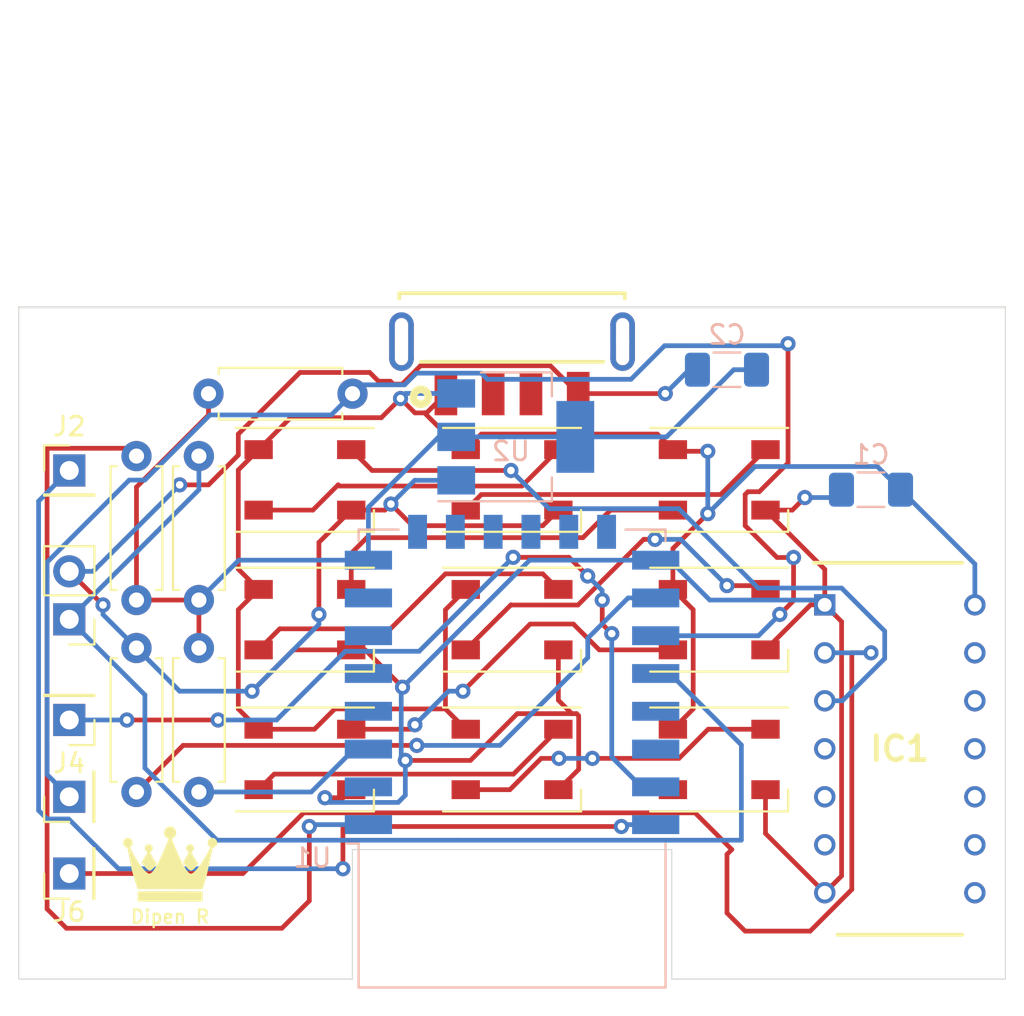
<source format=kicad_pcb>
(kicad_pcb (version 20211014) (generator pcbnew)
  (layers (0 "F.Cu" signal) (31 "B.Cu" signal) (34 "B.Paste" user) (35 "F.Paste" user) (36 "B.SilkS" user "B.Silkscreen") (37 "F.SilkS" user "F.Silkscreen") (38 "B.Mask" user) (39 "F.Mask" user) (44 "Edge.Cuts" user))
  (net 0 "")
  (net 1 "VCC")
  (net 2 "GND")
  (net 3 "3.3V")
  (net 4 "DataO{slash}P")
  (net 5 "Net-(D1-Pad4)")
  (net 6 "Net-(D2-Pad4)")
  (net 7 "Net-(D3-Pad4)")
  (net 8 "Net-(D4-Pad4)")
  (net 9 "Net-(D5-Pad4)")
  (net 10 "Net-(D6-Pad4)")
  (net 11 "Net-(D7-Pad4)")
  (net 12 "Net-(D8-Pad4)")
  (net 14 "DataI{slash}P")
  (net 26 "Net-(J2-Pad1)")
  (net 27 "Net-(J3-Pad1)")
  (net 28 "Net-(J4-Pad1)")
  (net 29 "GPIO0")
  (net 30 "Net-(R1-Pad2)")
  (net 31 "Net-(R2-Pad2)")
  (net 32 "Net-(R4-Pad1)")
  (footprint "LED_SMD:LED_SK6812_PLCC4_5.0x5.0mm_P3.2mm" (layer "F.Cu") (at 143.569 85.113)
    (fp_text reference "D5" hide)
    (fp_text value "SK6812")
    (pad "1" smd rect (at 2.45 1.6) (size 1.5 1) (layers "F.Cu" "F.Paste" "F.Mask") (net 2 "GND"))
    (pad "2" smd rect (at 2.45 -1.6) (size 1.5 1) (layers "F.Cu" "F.Paste" "F.Mask") (net 8 "Net-(D4-Pad4)"))
    (pad "3" smd rect (at -2.45 -1.6) (size 1.5 1) (layers "F.Cu" "F.Paste" "F.Mask") (net 1 "VCC"))
    (pad "4" smd rect (at -2.45 1.6) (size 1.5 1) (layers "F.Cu" "F.Paste" "F.Mask") (net 9 "Net-(D5-Pad4)"))
  )
  (footprint "MountingHole:MountingHole_2mm" (layer "F.Cu") (at 123.816 71.628)
    (fp_text reference "REF**" hide)
    (fp_text value "MountingHole_2mm")
    (pad "" np_thru_hole circle (at 0 0) (size 2 2) (drill 2) (layers *.Cu *.Mask))
  )
  (footprint "LED_SMD:LED_SK6812_PLCC4_5.0x5.0mm_P3.2mm" (layer "F.Cu") (at 154.528 77.713)
    (fp_text reference "D3" hide)
    (fp_text value "SK6812")
    (pad "1" smd rect (at 2.45 1.6) (size 1.5 1) (layers "F.Cu" "F.Paste" "F.Mask") (net 2 "GND"))
    (pad "2" smd rect (at 2.45 -1.6) (size 1.5 1) (layers "F.Cu" "F.Paste" "F.Mask") (net 6 "Net-(D2-Pad4)"))
    (pad "3" smd rect (at -2.45 -1.6) (size 1.5 1) (layers "F.Cu" "F.Paste" "F.Mask") (net 1 "VCC"))
    (pad "4" smd rect (at -2.45 1.6) (size 1.5 1) (layers "F.Cu" "F.Paste" "F.Mask") (net 7 "Net-(D3-Pad4)"))
  )
  (footprint "Connector_PinHeader_2.54mm:PinHeader_1x02_P2.54mm_Vertical" (layer "F.Cu") (at 120.142 85.095 180)
    (fp_text reference "J5" hide)
    (fp_text value "Conn_01x02_Male" hide)
    (pad "1" thru_hole rect (at 0 0 180) (size 1.7 1.7) (drill 1) (layers *.Cu *.Mask) (net 29 "GPIO0"))
    (pad "2" thru_hole oval (at 0 2.54 180) (size 1.7 1.7) (drill 1) (layers *.Cu *.Mask) (net 2 "GND"))
  )
  (footprint "LED_SMD:LED_SK6812_PLCC4_5.0x5.0mm_P3.2mm" (layer "F.Cu") (at 132.61 85.113)
    (fp_text reference "D4" hide)
    (fp_text value "SK6812")
    (pad "1" smd rect (at 2.45 1.6) (size 1.5 1) (layers "F.Cu" "F.Paste" "F.Mask") (net 2 "GND"))
    (pad "2" smd rect (at 2.45 -1.6) (size 1.5 1) (layers "F.Cu" "F.Paste" "F.Mask") (net 7 "Net-(D3-Pad4)"))
    (pad "3" smd rect (at -2.45 -1.6) (size 1.5 1) (layers "F.Cu" "F.Paste" "F.Mask") (net 1 "VCC"))
    (pad "4" smd rect (at -2.45 1.6) (size 1.5 1) (layers "F.Cu" "F.Paste" "F.Mask") (net 8 "Net-(D4-Pad4)"))
  )
  (footprint "MountingHole:MountingHole_2mm" (layer "F.Cu") (at 163.322 71.628)
    (fp_text reference "REF**" hide)
    (fp_text value "MountingHole_2mm")
    (pad "" np_thru_hole circle (at 0 0) (size 2 2) (drill 2) (layers *.Cu *.Mask))
  )
  (footprint "LED_SMD:LED_SK6812_PLCC4_5.0x5.0mm_P3.2mm" (layer "F.Cu") (at 143.569 92.513)
    (fp_text reference "D8" hide)
    (fp_text value "SK6812")
    (pad "1" smd rect (at 2.45 1.6) (size 1.5 1) (layers "F.Cu" "F.Paste" "F.Mask") (net 2 "GND"))
    (pad "2" smd rect (at 2.45 -1.6) (size 1.5 1) (layers "F.Cu" "F.Paste" "F.Mask") (net 11 "Net-(D7-Pad4)"))
    (pad "3" smd rect (at -2.45 -1.6) (size 1.5 1) (layers "F.Cu" "F.Paste" "F.Mask") (net 1 "VCC"))
    (pad "4" smd rect (at -2.45 1.6) (size 1.5 1) (layers "F.Cu" "F.Paste" "F.Mask") (net 12 "Net-(D8-Pad4)"))
  )
  (footprint "LED_SMD:LED_SK6812_PLCC4_5.0x5.0mm_P3.2mm" (layer "F.Cu") (at 143.569 77.713)
    (fp_text reference "D2" hide)
    (fp_text value "SK6812" hide)
    (pad "1" smd rect (at 2.45 1.6) (size 1.5 1) (layers "F.Cu" "F.Paste" "F.Mask") (net 2 "GND"))
    (pad "2" smd rect (at 2.45 -1.6) (size 1.5 1) (layers "F.Cu" "F.Paste" "F.Mask") (net 5 "Net-(D1-Pad4)"))
    (pad "3" smd rect (at -2.45 -1.6) (size 1.5 1) (layers "F.Cu" "F.Paste" "F.Mask") (net 1 "VCC"))
    (pad "4" smd rect (at -2.45 1.6) (size 1.5 1) (layers "F.Cu" "F.Paste" "F.Mask") (net 6 "Net-(D2-Pad4)"))
  )
  (footprint "Resistor_THT:R_Axial_DIN0207_L6.3mm_D2.5mm_P7.62mm_Horizontal" (layer "F.Cu") (at 127 84.074 90)
    (fp_text reference "R3" hide)
    (fp_text value "10K")
    (pad "1" thru_hole circle (at 0 0 90) (size 1.6 1.6) (drill 0.8) (layers *.Cu *.Mask) (net 3 "3.3V"))
    (pad "2" thru_hole oval (at 7.62 0 90) (size 1.6 1.6) (drill 0.8) (layers *.Cu *.Mask) (net 29 "GPIO0"))
  )
  (footprint "Connector_PinHeader_2.54mm:PinHeader_1x01_P2.54mm_Vertical" (layer "F.Cu") (at 120.142 94.488 90)
    (fp_text reference "J4" (at 1.778 0 180) (layer "F.SilkS"))
    (fp_text value "IO2")
    (pad "1" thru_hole rect (at 0 0 90) (size 1.7 1.7) (drill 1) (layers *.Cu *.Mask) (net 28 "Net-(J4-Pad1)"))
  )
  (footprint "SN74AHCT125N:DIP794W53P254L1930H508Q14N" (layer "F.Cu") (at 164.084 91.948)
    (fp_text reference "IC1" (at 0 0) (layer "F.SilkS") (effects (font (size 1.27 1.27) (thickness 0.254))))
    (fp_text value "SN74AHCT125N" hide)
    (pad "1" thru_hole rect locked (at -3.97 -7.62) (size 1.13 1.13) (drill 0.73) (layers *.Cu *.Mask) (net 2 "GND"))
    (pad "2" thru_hole circle locked (at -3.97 -5.08) (size 1.13 1.13) (drill 0.73) (layers *.Cu *.Mask) (net 14 "DataI{slash}P"))
    (pad "3" thru_hole circle locked (at -3.97 -2.54) (size 1.13 1.13) (drill 0.73) (layers *.Cu *.Mask) (net 4 "DataO{slash}P"))
    (pad "4" thru_hole circle locked (at -3.97 0) (size 1.13 1.13) (drill 0.73) (layers *.Cu *.Mask))
    (pad "5" thru_hole circle locked (at -3.97 2.54) (size 1.13 1.13) (drill 0.73) (layers *.Cu *.Mask))
    (pad "6" thru_hole circle locked (at -3.97 5.08) (size 1.13 1.13) (drill 0.73) (layers *.Cu *.Mask))
    (pad "7" thru_hole circle locked (at -3.97 7.62) (size 1.13 1.13) (drill 0.73) (layers *.Cu *.Mask) (net 2 "GND"))
    (pad "8" thru_hole circle locked (at 3.97 7.62) (size 1.13 1.13) (drill 0.73) (layers *.Cu *.Mask))
    (pad "9" thru_hole circle locked (at 3.97 5.08) (size 1.13 1.13) (drill 0.73) (layers *.Cu *.Mask))
    (pad "10" thru_hole circle locked (at 3.97 2.54) (size 1.13 1.13) (drill 0.73) (layers *.Cu *.Mask))
    (pad "11" thru_hole circle locked (at 3.97 0) (size 1.13 1.13) (drill 0.73) (layers *.Cu *.Mask))
    (pad "12" thru_hole circle locked (at 3.97 -2.54) (size 1.13 1.13) (drill 0.73) (layers *.Cu *.Mask))
    (pad "13" thru_hole circle locked (at 3.97 -5.08) (size 1.13 1.13) (drill 0.73) (layers *.Cu *.Mask))
    (pad "14" thru_hole circle locked (at 3.97 -7.62) (size 1.13 1.13) (drill 0.73) (layers *.Cu *.Mask) (net 1 "VCC"))
  )
  (footprint "Connector_PinHeader_2.54mm:PinHeader_1x01_P2.54mm_Vertical" (layer "F.Cu") (at 120.142 90.424 180)
    (fp_text reference "J3" hide)
    (fp_text value "IO3")
    (pad "1" thru_hole rect (at 0 0 180) (size 1.7 1.7) (drill 1) (layers *.Cu *.Mask) (net 27 "Net-(J3-Pad1)"))
  )
  (footprint "Resistor_THT:R_Axial_DIN0207_L6.3mm_D2.5mm_P7.62mm_Horizontal" (layer "F.Cu") (at 123.698 94.234 90)
    (fp_text reference "R4" hide)
    (fp_text value "10K")
    (pad "1" thru_hole circle (at 0 0 90) (size 1.6 1.6) (drill 0.8) (layers *.Cu *.Mask) (net 32 "Net-(R4-Pad1)"))
    (pad "2" thru_hole oval (at 7.62 0 90) (size 1.6 1.6) (drill 0.8) (layers *.Cu *.Mask) (net 2 "GND"))
  )
  (footprint "Connector_PinHeader_2.54mm:PinHeader_1x01_P2.54mm_Vertical" (layer "F.Cu") (at 120.142 77.216)
    (fp_text reference "J2" (at 0 -2.33) (layer "F.SilkS"))
    (fp_text value "IO1")
    (pad "1" thru_hole rect (at 0 0) (size 1.7 1.7) (drill 1) (layers *.Cu *.Mask) (net 26 "Net-(J2-Pad1)"))
  )
  (footprint "LED_SMD:LED_SK6812_PLCC4_5.0x5.0mm_P3.2mm" (layer "F.Cu") (at 154.528 92.513)
    (fp_text reference "D9" hide)
    (fp_text value "SK6812")
    (pad "1" smd rect (at 2.45 1.6) (size 1.5 1) (layers "F.Cu" "F.Paste" "F.Mask") (net 2 "GND"))
    (pad "2" smd rect (at 2.45 -1.6) (size 1.5 1) (layers "F.Cu" "F.Paste" "F.Mask") (net 12 "Net-(D8-Pad4)"))
    (pad "3" smd rect (at -2.45 -1.6) (size 1.5 1) (layers "F.Cu" "F.Paste" "F.Mask") (net 1 "VCC"))
    (pad "4" smd rect (at -2.45 1.6) (size 1.5 1) (layers "F.Cu" "F.Paste" "F.Mask"))
  )
  (footprint "LED_SMD:LED_SK6812_PLCC4_5.0x5.0mm_P3.2mm" (layer "F.Cu") (at 154.528 85.113)
    (fp_text reference "D6" hide)
    (fp_text value "SK6812")
    (pad "1" smd rect (at 2.45 1.6) (size 1.5 1) (layers "F.Cu" "F.Paste" "F.Mask") (net 2 "GND"))
    (pad "2" smd rect (at 2.45 -1.6) (size 1.5 1) (layers "F.Cu" "F.Paste" "F.Mask") (net 9 "Net-(D5-Pad4)"))
    (pad "3" smd rect (at -2.45 -1.6) (size 1.5 1) (layers "F.Cu" "F.Paste" "F.Mask") (net 1 "VCC"))
    (pad "4" smd rect (at -2.45 1.6) (size 1.5 1) (layers "F.Cu" "F.Paste" "F.Mask") (net 10 "Net-(D6-Pad4)"))
  )
  (footprint "Resistor_THT:R_Axial_DIN0207_L6.3mm_D2.5mm_P7.62mm_Horizontal" (layer "F.Cu") (at 123.698 84.074 90)
    (fp_text reference "R2" hide)
    (fp_text value "10K")
    (pad "1" thru_hole circle (at 0 0 90) (size 1.6 1.6) (drill 0.8) (layers *.Cu *.Mask) (net 3 "3.3V"))
    (pad "2" thru_hole oval (at 7.62 0 90) (size 1.6 1.6) (drill 0.8) (layers *.Cu *.Mask) (net 31 "Net-(R2-Pad2)"))
  )
  (footprint "Resistor_THT:R_Axial_DIN0207_L6.3mm_D2.5mm_P7.62mm_Horizontal" (layer "F.Cu") (at 127.508 73.152)
    (fp_text reference "R5" hide)
    (fp_text value "10K")
    (pad "1" thru_hole circle (at 0 0) (size 1.6 1.6) (drill 0.8) (layers *.Cu *.Mask) (net 3 "3.3V"))
    (pad "2" thru_hole oval (at 7.62 0) (size 1.6 1.6) (drill 0.8) (layers *.Cu *.Mask) (net 28 "Net-(J4-Pad1)"))
  )
  (footprint "USB1061-USB2:GCT_USB1061-XX-X-X_REVA" (layer "F.Cu") (at 143.569025 70.3961 180)
    (fp_text reference "J1" hide)
    (fp_text value "USB1061-XX-X-X_REVA" hide)
    (fp_line (start -5.35 -0.9) (end -5.35 0.9) (layer "F.Cu") (width 0.3))
    (fp_line (start -6.35 0.9) (end -6.35 -0.9) (layer "F.Cu") (width 0.3))
    (fp_line (start 6.35 -0.9) (end 6.35 0.9) (layer "F.Cu") (width 0.3))
    (fp_line (start 5.35 0.9) (end 5.35 -0.9) (layer "F.Cu") (width 0.3))
    (fp_arc (start -5.85 1.4) (mid -6.203553 1.253553) (end -6.35 0.9) (layer "F.Cu") (width 0.3))
    (fp_arc (start -5.85 -1.4) (mid -5.496447 -1.253553) (end -5.35 -0.9) (layer "F.Cu") (width 0.3))
    (fp_arc (start -5.35 0.9) (mid -5.496447 1.253553) (end -5.85 1.4) (layer "F.Cu") (width 0.3))
    (fp_arc (start -6.35 -0.9) (mid -6.203553 -1.253553) (end -5.85 -1.4) (layer "F.Cu") (width 0.3))
    (fp_arc (start 5.35 -0.9) (mid 5.496447 -1.253553) (end 5.85 -1.4) (layer "F.Cu") (width 0.3))
    (fp_arc (start 5.85 -1.4) (mid 6.203553 -1.253553) (end 6.35 -0.9) (layer "F.Cu") (width 0.3))
    (fp_arc (start 5.85 1.4) (mid 5.496447 1.253553) (end 5.35 0.9) (layer "F.Cu") (width 0.3))
    (fp_arc (start 6.35 0.9) (mid 6.203553 1.253553) (end 5.85 1.4) (layer "F.Cu") (width 0.3))
    (fp_line (start 6.35 -0.9) (end 6.35 0.9) (layer "B.Cu") (width 0.3))
    (fp_line (start -5.35 -0.9) (end -5.35 0.9) (layer "B.Cu") (width 0.3))
    (fp_line (start 5.35 0.9) (end 5.35 -0.9) (layer "B.Cu") (width 0.3))
    (fp_line (start -6.35 0.9) (end -6.35 -0.9) (layer "B.Cu") (width 0.3))
    (fp_arc (start -5.85 -1.4) (mid -5.496447 -1.253553) (end -5.35 -0.9) (layer "B.Cu") (width 0.3))
    (fp_arc (start 5.35 -0.9) (mid 5.496447 -1.253553) (end 5.85 -1.4) (layer "B.Cu") (width 0.3))
    (fp_arc (start -5.35 0.9) (mid -5.496447 1.253553) (end -5.85 1.4) (layer "B.Cu") (width 0.3))
    (fp_arc (start -5.85 1.4) (mid -6.203553 1.253553) (end -6.35 0.9) (layer "B.Cu") (width 0.3))
    (fp_arc (start 5.85 -1.4) (mid 6.203553 -1.253553) (end 6.35 -0.9) (layer "B.Cu") (width 0.3))
    (fp_arc (start -6.35 -0.9) (mid -6.203553 -1.253553) (end -5.85 -1.4) (layer "B.Cu") (width 0.3))
    (fp_arc (start 6.35 0.9) (mid 6.203553 1.253553) (end 5.85 1.4) (layer "B.Cu") (width 0.3))
    (fp_arc (start 5.85 1.4) (mid 5.496447 1.253553) (end 5.35 0.9) (layer "B.Cu") (width 0.3))
    (fp_line (start -5.5 -0.9) (end -5.5 0.9) (layer "Edge.Cuts") (width 0.01))
    (fp_line (start -6.2 0.9) (end -6.2 -0.9) (layer "Edge.Cuts") (width 0.01))
    (fp_line (start 5.5 0.9) (end 5.5 -0.9) (layer "Edge.Cuts") (width 0.01))
    (fp_line (start 6.2 -0.9) (end 6.2 0.9) (layer "Edge.Cuts") (width 0.01))
    (fp_arc (start 5.5 -0.9) (mid 5.602513 -1.147487) (end 5.85 -1.25) (layer "Edge.Cuts") (width 0.01))
    (fp_arc (start -6.2 -0.9) (mid -6.097487 -1.147487) (end -5.85 -1.25) (layer "Edge.Cuts") (width 0.01))
    (fp_arc (start -5.85 -1.25) (mid -5.602513 -1.147487) (end -5.5 -0.9) (layer "Edge.Cuts") (width 0.01))
    (fp_arc (start 5.85 -1.25) (mid 6.097487 -1.147487) (end 6.2 -0.9) (layer "Edge.Cuts") (width 0.01))
    (fp_arc (start 6.2 0.9) (mid 6.097487 1.147487) (end 5.85 1.25) (layer "Edge.Cuts") (width 0.01))
    (fp_arc (start -5.5 0.9) (mid -5.602513 1.147487) (end -5.85 1.25) (layer "Edge.Cuts") (width 0.01))
    (fp_arc (start -5.85 1.25) (mid -6.097487 1.147487) (end -6.2 0.9) (layer "Edge.Cuts") (width 0.01))
    (fp_arc (start 5.85 1.25) (mid 5.602513 1.147487) (end 5.5 0.9) (layer "Edge.Cuts") (width 0.01))
    (pad "" np_thru_hole circle locked (at -2.25 0 180) (size 1.1 1.1) (drill 1.1) (layers *.Cu *.Mask))
    (pad "" np_thru_hole circle locked (at 2.25 0 180) (size 1.1 1.1) (drill 1.1) (layers *.Cu *.Mask))
    (pad "" np_thru_hole circle locked (at 5.85 0 180) (size 0.7 0.7) (drill 0.7) (layers *.Cu *.Mask))
    (pad "" np_thru_hole circle locked (at -5.85 0 180) (size 0.7 0.7) (drill 0.7) (layers *.Cu *.Mask))
    (pad "1" smd rect locked (at 3.5 -2.75 180) (size 1.2 2.3) (layers "F.Cu" "F.Paste" "F.Mask") (net 1 "VCC"))
    (pad "2" smd rect locked (at 1 -2.75 180) (size 1.2 2.3) (layers "F.Cu" "F.Paste" "F.Mask"))
    (pad "3" smd rect locked (at -1 -2.75 180) (size 1.2 2.3) (layers "F.Cu" "F.Paste" "F.Mask"))
    (pad "4" smd rect locked (at -3.5 -2.75 180) (size 1.2 2.3) (layers "F.Cu" "F.Paste" "F.Mask") (net 2 "GND"))
    (pad "5" smd rect locked (at -5.85 -1.4 180) (size 0.2 0.2) (layers "F.Cu") (net 2 "GND"))
    (pad "6" smd rect locked (at 5.85 -1.4 180) (size 0.2 0.2) (layers "F.Cu") (net 2 "GND"))
  )
  (footprint "MountingHole:MountingHole_2mm" (layer "F.Cu") (at 130.819 100.076)
    (fp_text reference "REF**" hide)
    (fp_text value "MountingHole_2mm")
    (pad "" np_thru_hole circle (at 0 0) (size 2 2) (drill 2) (layers *.Cu *.Mask))
  )
  (footprint "ModdedCrown:Small_Crown" (layer "F.Cu") (at 125.476 98.044)
    (fp_text reference "G***" hide)
    (fp_text value "LOGO" hide)
  )
  (footprint "LED_SMD:LED_SK6812_PLCC4_5.0x5.0mm_P3.2mm" (layer "F.Cu") (at 132.61 77.713)
    (fp_text reference "D1" hide)
    (fp_text value "SK6812")
    (pad "1" smd rect (at 2.45 1.6) (size 1.5 1) (layers "F.Cu" "F.Paste" "F.Mask") (net 2 "GND"))
    (pad "2" smd rect (at 2.45 -1.6) (size 1.5 1) (layers "F.Cu" "F.Paste" "F.Mask") (net 4 "DataO{slash}P"))
    (pad "3" smd rect (at -2.45 -1.6) (size 1.5 1) (layers "F.Cu" "F.Paste" "F.Mask") (net 1 "VCC"))
    (pad "4" smd rect (at -2.45 1.6) (size 1.5 1) (layers "F.Cu" "F.Paste" "F.Mask") (net 5 "Net-(D1-Pad4)"))
  )
  (footprint "LED_SMD:LED_SK6812_PLCC4_5.0x5.0mm_P3.2mm" (layer "F.Cu") (at 132.61 92.513)
    (fp_text reference "D7" hide)
    (fp_text value "SK6812")
    (pad "1" smd rect (at 2.45 1.6) (size 1.5 1) (layers "F.Cu" "F.Paste" "F.Mask") (net 2 "GND"))
    (pad "2" smd rect (at 2.45 -1.6) (size 1.5 1) (layers "F.Cu" "F.Paste" "F.Mask") (net 10 "Net-(D6-Pad4)"))
    (pad "3" smd rect (at -2.45 -1.6) (size 1.5 1) (layers "F.Cu" "F.Paste" "F.Mask") (net 1 "VCC"))
    (pad "4" smd rect (at -2.45 1.6) (size 1.5 1) (layers "F.Cu" "F.Paste" "F.Mask") (net 11 "Net-(D7-Pad4)"))
  )
  (footprint "MountingHole:MountingHole_2mm" (layer "F.Cu") (at 156.319 100.076)
    (fp_text reference "REF**" hide)
    (fp_text value "MountingHole_2mm")
    (pad "" np_thru_hole circle (at 0 0) (size 2 2) (drill 2) (layers *.Cu *.Mask))
  )
  (footprint "Connector_PinHeader_2.54mm:PinHeader_1x01_P2.54mm_Vertical" (layer "F.Cu") (at 120.142 98.552 90)
    (fp_text reference "J6" (at -2.032 0 180) (layer "F.SilkS"))
    (fp_text value "DataI/P")
    (pad "1" thru_hole rect (at 0 0 90) (size 1.7 1.7) (drill 1) (layers *.Cu *.Mask) (net 14 "DataI{slash}P"))
  )
  (footprint "Resistor_THT:R_Axial_DIN0207_L6.3mm_D2.5mm_P7.62mm_Horizontal" (layer "F.Cu") (at 127 86.614 -90)
    (fp_text reference "R1" hide)
    (fp_text value "10K")
    (pad "1" thru_hole circle (at 0 0 270) (size 1.6 1.6) (drill 0.8) (layers *.Cu *.Mask) (net 3 "3.3V"))
    (pad "2" thru_hole oval (at 7.62 0 270) (size 1.6 1.6) (drill 0.8) (layers *.Cu *.Mask) (net 30 "Net-(R1-Pad2)"))
  )
  (footprint "Package_TO_SOT_SMD:SOT-223-3_TabPin2" (layer "B.Cu") (at 143.764 75.438)
    (fp_text reference "U2" (at -0.254 0.762) (layer "B.SilkS") (effects (justify mirror)))
    (fp_text value "AMS1117-3.3")
    (pad "1" smd rect (at -3.15 2.3) (size 2 1.5) (layers "B.Cu" "B.Paste" "B.Mask") (net 2 "GND"))
    (pad "2" smd rect (at -3.15 0) (size 2 1.5) (layers "B.Cu" "B.Paste" "B.Mask") (net 3 "3.3V"))
    (pad "2" smd rect (at 3.15 0) (size 2 3.8) (layers "B.Cu" "B.Paste" "B.Mask") (net 3 "3.3V"))
    (pad "3" smd rect (at -3.15 -2.3) (size 2 1.5) (layers "B.Cu" "B.Paste" "B.Mask") (net 1 "VCC"))
  )
  (footprint "Capacitor_SMD:C_1206_3216Metric_Pad1.33x1.80mm_HandSolder" (layer "B.Cu") (at 154.94 71.882 180)
    (fp_text reference "C2" (at 0 1.85) (layer "B.SilkS") (effects (justify mirror)))
    (fp_text value locked "10uF")
    (pad "1" smd roundrect (at -1.5625 0 180) (size 1.325 1.8) (layers "B.Cu" "B.Paste" "B.Mask") (roundrect_rratio 0.188679) (net 3 "3.3V"))
    (pad "2" smd roundrect (at 1.5625 0 180) (size 1.325 1.8) (layers "B.Cu" "B.Paste" "B.Mask") (roundrect_rratio 0.188679) (net 2 "GND"))
  )
  (footprint "Capacitor_SMD:C_1206_3216Metric_Pad1.33x1.80mm_HandSolder" (layer "B.Cu") (at 162.56 78.232 180)
    (fp_text reference "C1" (at 0 1.85) (layer "B.SilkS") (effects (justify mirror)))
    (fp_text value "10uF")
    (pad "1" smd roundrect (at -1.5625 0 180) (size 1.325 1.8) (layers "B.Cu" "B.Paste" "B.Mask") (roundrect_rratio 0.188679) (net 1 "VCC"))
    (pad "2" smd roundrect (at 1.5625 0 180) (size 1.325 1.8) (layers "B.Cu" "B.Paste" "B.Mask") (roundrect_rratio 0.188679) (net 2 "GND"))
  )
  (footprint "RF_Module:ESP-12E" (layer "B.Cu") (at 143.569 92.463)
    (fp_text reference "U1" (at -10.56 5.26) (layer "B.SilkS") (effects (justify mirror)))
    (fp_text value "ESP-12E")
    (pad "1" smd rect (at -7.6 3.5) (size 2.5 1) (layers "B.Cu" "B.Paste" "B.Mask") (net 31 "Net-(R2-Pad2)"))
    (pad "2" smd rect (at -7.6 1.5) (size 2.5 1) (layers "B.Cu" "B.Paste" "B.Mask"))
    (pad "3" smd rect (at -7.6 -0.5) (size 2.5 1) (layers "B.Cu" "B.Paste" "B.Mask") (net 30 "Net-(R1-Pad2)"))
    (pad "4" smd rect (at -7.6 -2.5) (size 2.5 1) (layers "B.Cu" "B.Paste" "B.Mask"))
    (pad "5" smd rect (at -7.6 -4.5) (size 2.5 1) (layers "B.Cu" "B.Paste" "B.Mask"))
    (pad "6" smd rect (at -7.6 -6.5) (size 2.5 1) (layers "B.Cu" "B.Paste" "B.Mask"))
    (pad "7" smd rect (at -7.6 -8.5) (size 2.5 1) (layers "B.Cu" "B.Paste" "B.Mask"))
    (pad "8" smd rect (at -7.6 -10.5) (size 2.5 1) (layers "B.Cu" "B.Paste" "B.Mask") (net 3 "3.3V"))
    (pad "9" smd rect (at -5 -12) (size 1 1.8) (layers "B.Cu" "B.Paste" "B.Mask"))
    (pad "10" smd rect (at -3 -12) (size 1 1.8) (layers "B.Cu" "B.Paste" "B.Mask"))
    (pad "11" smd rect (at -1 -12) (size 1 1.8) (layers "B.Cu" "B.Paste" "B.Mask"))
    (pad "12" smd rect (at 1 -12) (size 1 1.8) (layers "B.Cu" "B.Paste" "B.Mask"))
    (pad "13" smd rect (at 3 -12) (size 1 1.8) (layers "B.Cu" "B.Paste" "B.Mask"))
    (pad "14" smd rect (at 5 -12) (size 1 1.8) (layers "B.Cu" "B.Paste" "B.Mask"))
    (pad "15" smd rect (at 7.6 -10.5) (size 2.5 1) (layers "B.Cu" "B.Paste" "B.Mask") (net 2 "GND"))
    (pad "16" smd rect (at 7.6 -8.5) (size 2.5 1) (layers "B.Cu" "B.Paste" "B.Mask") (net 32 "Net-(R4-Pad1)"))
    (pad "17" smd rect (at 7.6 -6.5) (size 2.5 1) (layers "B.Cu" "B.Paste" "B.Mask") (net 28 "Net-(J4-Pad1)"))
    (pad "18" smd rect (at 7.6 -4.5) (size 2.5 1) (layers "B.Cu" "B.Paste" "B.Mask") (net 29 "GPIO0"))
    (pad "19" smd rect (at 7.6 -2.5) (size 2.5 1) (layers "B.Cu" "B.Paste" "B.Mask"))
    (pad "20" smd rect (at 7.6 -0.5) (size 2.5 1) (layers "B.Cu" "B.Paste" "B.Mask"))
    (pad "21" smd rect (at 7.6 1.5) (size 2.5 1) (layers "B.Cu" "B.Paste" "B.Mask") (net 27 "Net-(J3-Pad1)"))
    (pad "22" smd rect (at 7.6 3.5) (size 2.5 1) (layers "B.Cu" "B.Paste" "B.Mask") (net 26 "Net-(J2-Pad1)"))
  )
  (gr_line (start 152.019 97.282) (end 135.119 97.282) (layer "Edge.Cuts") (width 0.05))
  (gr_line (start 117.47 104.14) (end 135.119 104.14) (layer "Edge.Cuts") (width 0.05))
  (gr_line (start 152.019 97.282) (end 152.019 104.14) (layer "Edge.Cuts") (width 0.05))
  (gr_line (start 117.47 68.58) (end 117.47 104.14) (layer "Edge.Cuts") (width 0.05))
  (gr_line (start 135.119 104.14) (end 135.119 97.282) (layer "Edge.Cuts") (width 0.05))
  (gr_line (start 169.668 68.58) (end 169.668 104.14) (layer "Edge.Cuts") (width 0.05))
  (gr_line (start 117.47 68.58) (end 169.668 68.58) (layer "Edge.Cuts") (width 0.1))
  (gr_line (start 152.019 104.14) (end 169.668 104.14) (layer "Edge.Cuts") (width 0.05))
  (gr_text "Dipen R" (at 125.476 100.838) (layer "F.SilkS") (effects (font (size 0.7 0.7) (thickness 0.125))))
  (segment (start 152.078 83.513) (end 152.078 81.348) (width 0.25) (layer "F.Cu") (net 1))
  (segment (start 130.16 83.513) (end 129.085489 84.587511) (width 0.25) (layer "F.Cu") (net 1))
  (segment (start 140.044489 89.838489) (end 140.044489 84.587511) (width 0.25) (layer "F.Cu") (net 1))
  (segment (start 141.943511 75.288489) (end 141.119 76.113) (width 0.25) (layer "F.Cu") (net 1))
  (segment (start 131.851 74.422) (end 136.652 74.422) (width 0.25) (layer "F.Cu") (net 1))
  (segment (start 152.078 81.348) (end 153.924 79.502) (width 0.25) (layer "F.Cu") (net 1))
  (segment (start 151.253489 75.288489) (end 141.943511 75.288489) (width 0.25) (layer "F.Cu") (net 1))
  (segment (start 129.085489 77.187511) (end 130.16 76.113) (width 0.25) (layer "F.Cu") (net 1))
  (segment (start 136.652 74.422) (end 137.668 73.406) (width 0.25) (layer "F.Cu") (net 1))
  (segment (start 129.085489 84.587511) (end 129.085489 89.838489) (width 0.25) (layer "F.Cu") (net 1))
  (segment (start 138.938 74.168) (end 139.047125 74.168) (width 0.25) (layer "F.Cu") (net 1))
  (segment (start 153.924 76.2) (end 152.165 76.2) (width 0.25) (layer "F.Cu") (net 1))
  (segment (start 129.085489 89.838489) (end 130.16 90.913) (width 0.25) (layer "F.Cu") (net 1))
  (segment (start 130.16 76.113) (end 131.851 74.422) (width 0.25) (layer "F.Cu") (net 1))
  (segment (start 152.078 83.513) (end 153.152511 84.587511) (width 0.25) (layer "F.Cu") (net 1))
  (segment (start 134.189511 89.838489) (end 140.044489 89.838489) (width 0.25) (layer "F.Cu") (net 1))
  (segment (start 153.152511 89.838489) (end 152.078 90.913) (width 0.25) (layer "F.Cu") (net 1))
  (segment (start 153.152511 84.587511) (end 153.152511 89.838489) (width 0.25) (layer "F.Cu") (net 1))
  (segment (start 130.16 83.513) (end 129.085489 82.438489) (width 0.25) (layer "F.Cu") (net 1))
  (segment (start 152.165 76.2) (end 152.078 76.113) (width 0.25) (layer "F.Cu") (net 1))
  (segment (start 139.047125 74.168) (end 140.069025 73.1461) (width 0.25) (layer "F.Cu") (net 1))
  (segment (start 140.044489 84.587511) (end 141.119 83.513) (width 0.25) (layer "F.Cu") (net 1))
  (segment (start 141.119 90.913) (end 140.044489 89.838489) (width 0.25) (layer "F.Cu") (net 1))
  (segment (start 130.16 90.913) (end 133.115 90.913) (width 0.25) (layer "F.Cu") (net 1))
  (segment (start 152.078 76.113) (end 151.253489 75.288489) (width 0.25) (layer "F.Cu") (net 1))
  (segment (start 141.119 76.113) (end 140.883 76.113) (width 0.25) (layer "F.Cu") (net 1))
  (segment (start 133.115 90.913) (end 134.189511 89.838489) (width 0.25) (layer "F.Cu") (net 1))
  (segment (start 140.883 76.113) (end 138.938 74.168) (width 0.25) (layer "F.Cu") (net 1))
  (segment (start 138.43 74.168) (end 138.938 74.168) (width 0.25) (layer "F.Cu") (net 1))
  (segment (start 137.668 73.406) (end 138.43 74.168) (width 0.25) (layer "F.Cu") (net 1))
  (segment (start 129.085489 82.438489) (end 129.085489 77.187511) (width 0.25) (layer "F.Cu") (net 1))
  (via (at 137.668 73.406) (size 0.8) (drill 0.4) (layers "F.Cu" "B.Cu") (net 1))
  (via (at 153.924 76.2) (size 0.8) (drill 0.4) (layers "F.Cu" "B.Cu") (net 1))
  (via (at 153.924 79.502) (size 0.8) (drill 0.4) (layers "F.Cu" "B.Cu") (net 1))
  (segment (start 156.41852 77.00748) (end 153.924 79.502) (width 0.25) (layer "B.Cu") (net 1))
  (segment (start 153.924 79.502) (end 153.924 76.2) (width 0.25) (layer "B.Cu") (net 1))
  (segment (start 168.054 82.1635) (end 168.054 84.328) (width 0.25) (layer "B.Cu") (net 1))
  (segment (start 140.614 73.138) (end 137.936 73.138) (width 0.25) (layer "B.Cu") (net 1))
  (segment (start 164.1225 78.232) (end 162.89798 77.00748) (width 0.25) (layer "B.Cu") (net 1))
  (segment (start 164.1225 78.232) (end 168.054 82.1635) (width 0.25) (layer "B.Cu") (net 1))
  (segment (start 162.89798 77.00748) (end 156.41852 77.00748) (width 0.25) (layer "B.Cu") (net 1))
  (segment (start 137.936 73.138) (end 137.668 73.406) (width 0.25) (layer "B.Cu") (net 1))
  (segment (start 161.003511 98.678489) (end 161.003511 85.217511) (width 0.25) (layer "F.Cu") (net 2))
  (segment (start 156.978 94.113) (end 156.978 96.432) (width 0.25) (layer "F.Cu") (net 2))
  (segment (start 160.114 84.328) (end 160.114 82.449) (width 0.25) (layer "F.Cu") (net 2))
  (segment (start 147.093511 93.038489) (end 147.093511 90.197511) (width 0.25) (layer "F.Cu") (net 2))
  (segment (start 125.984 77.978) (end 127.508 77.978) (width 0.25) (layer "F.Cu") (net 2))
  (segment (start 131.996989 86.713) (end 129.809989 88.9) (width 0.25) (layer "F.Cu") (net 2))
  (segment (start 136.500326 72.492326) (end 137.131117 72.492326) (width 0.25) (layer "F.Cu") (net 2))
  (segment (start 143.845511 90.088489) (end 141.370011 92.563989) (width 0.25) (layer "F.Cu") (net 2))
  (segment (start 138.303511 80.137511) (end 137.16 78.994) (width 0.25) (layer "F.Cu") (net 2))
  (segment (start 129.085489 76.400511) (end 129.085489 75.288489) (width 0.25) (layer "F.Cu") (net 2))
  (segment (start 132.346489 72.027489) (end 136.035489 72.027489) (width 0.25) (layer "F.Cu") (net 2))
  (segment (start 145.594514 71.671589) (end 138.726675 71.671589) (width 0.25) (layer "F.Cu") (net 2))
  (segment (start 160.114 82.449) (end 156.978 79.313) (width 0.25) (layer "F.Cu") (net 2))
  (segment (start 135.797893 86.713) (end 137.774162 88.689269) (width 0.25) (layer "F.Cu") (net 2))
  (segment (start 121.926799 84.334799) (end 121.921799 84.334799) (width 0.25) (layer "F.Cu") (net 2))
  (segment (start 137.131117 72.492326) (end 137.282791 72.644) (width 0.25) (layer "F.Cu") (net 2))
  (segment (start 135.06 79.313) (end 136.841 79.313) (width 0.25) (layer "F.Cu") (net 2))
  (segment (start 160.114 99.568) (end 161.003511 98.678489) (width 0.25) (layer "F.Cu") (net 2))
  (segment (start 133.35 81.023) (end 133.35 84.836) (width 0.25) (layer "F.Cu") (net 2))
  (segment (start 146.984489 90.088489) (end 146.730489 90.088489) (width 0.25) (layer "F.Cu") (net 2))
  (segment (start 161.003511 85.217511) (end 160.114 84.328) (width 0.25) (layer "F.Cu") (net 2))
  (segment (start 129.085489 75.288489) (end 132.346489 72.027489) (width 0.25) (layer "F.Cu") (net 2))
  (segment (start 146.019 79.313) (end 145.194489 80.137511) (width 0.25) (layer "F.Cu") (net 2))
  (segment (start 146.019 94.113) (end 147.093511 93.038489) (width 0.25) (layer "F.Cu") (net 2))
  (segment (start 145.194489 80.137511) (end 138.303511 80.137511) (width 0.25) (layer "F.Cu") (net 2))
  (segment (start 159.363 84.328) (end 156.978 86.713) (width 0.25) (layer "F.Cu") (net 2))
  (segment (start 138.726675 71.671589) (end 137.754264 72.644) (width 0.25) (layer "F.Cu") (net 2))
  (segment (start 135.06 86.713) (end 131.996989 86.713) (width 0.25) (layer "F.Cu") (net 2))
  (segment (start 134.633714 94.539286) (end 135.06 94.113) (width 0.25) (layer "F.Cu") (net 2))
  (segment (start 127.508 77.978) (end 129.085489 76.400511) (width 0.25) (layer "F.Cu") (net 2))
  (segment (start 136.035489 72.027489) (end 136.500326 72.492326) (width 0.25) (layer "F.Cu") (net 2))
  (segment (start 160.114 84.328) (end 159.363 84.328) (width 0.25) (layer "F.Cu") (net 2))
  (segment (start 135.06 79.313) (end 133.35 81.023) (width 0.25) (layer "F.Cu") (net 2))
  (segment (start 133.667312 94.539286) (end 134.633714 94.539286) (width 0.25) (layer "F.Cu") (net 2))
  (segment (start 141.370011 92.563989) (end 137.922 92.563989) (width 0.25) (layer "F.Cu") (net 2))
  (segment (start 147.093511 90.197511) (end 146.984489 90.088489) (width 0.25) (layer "F.Cu") (net 2))
  (segment (start 156.978 79.313) (end 158.397 79.313) (width 0.25) (layer "F.Cu") (net 2))
  (segment (start 146.730489 90.088489) (end 143.845511 90.088489) (width 0.25) (layer "F.Cu") (net 2))
  (segment (start 146.019 86.713) (end 146.019 89.377) (width 0.25) (layer "F.Cu") (net 2))
  (segment (start 121.921799 84.334799) (end 120.142 82.555) (width 0.25) (layer "F.Cu") (net 2))
  (segment (start 137.754264 72.644) (end 137.282791 72.644) (width 0.25) (layer "F.Cu") (net 2))
  (segment (start 136.841 79.313) (end 137.16 78.994) (width 0.25) (layer "F.Cu") (net 2))
  (segment (start 151.6759 73.1461) (end 147.069025 73.1461) (width 0.25) (layer "F.Cu") (net 2))
  (segment (start 135.06 86.713) (end 135.797893 86.713) (width 0.25) (layer "F.Cu") (net 2))
  (segment (start 156.978 96.432) (end 160.114 99.568) (width 0.25) (layer "F.Cu") (net 2))
  (segment (start 146.019 89.377) (end 146.730489 90.088489) (width 0.25) (layer "F.Cu") (net 2))
  (segment (start 158.397 79.313) (end 159.06 78.65) (width 0.25) (layer "F.Cu") (net 2))
  (segment (start 147.069025 73.1461) (end 145.594514 71.671589) (width 0.25) (layer "F.Cu") (net 2))
  (via (at 137.774162 88.689269) (size 0.8) (drill 0.4) (layers "F.Cu" "B.Cu") (net 2))
  (via (at 133.35 84.836) (size 0.8) (drill 0.4) (layers "F.Cu" "B.Cu") (net 2))
  (via (at 121.926799 84.334799) (size 0.8) (drill 0.4) (layers "F.Cu" "B.Cu") (net 2))
  (via (at 137.16 78.994) (size 0.8) (drill 0.4) (layers "F.Cu" "B.Cu") (net 2))
  (via (at 125.984 77.978) (size 0.8) (drill 0.4) (layers "F.Cu" "B.Cu") (net 2))
  (via (at 151.6759 73.1461) (size 0.8) (drill 0.4) (layers "F.Cu" "B.Cu") (net 2))
  (via (at 133.667312 94.539286) (size 0.8) (drill 0.4) (layers "F.Cu" "B.Cu") (net 2))
  (via (at 129.809989 88.9) (size 0.8) (drill 0.4) (layers "F.Cu" "B.Cu") (net 2))
  (via (at 159.06 78.65) (size 0.8) (drill 0.4) (layers "F.Cu" "B.Cu") (net 2))
  (via (at 137.922 92.563989) (size 0.8) (drill 0.4) (layers "F.Cu" "B.Cu") (net 2))
  (segment (start 137.705489 88.757942) (end 137.705489 92.347478) (width 0.25) (layer "B.Cu") (net 2))
  (segment (start 129.809989 88.9) (end 125.984 88.9) (width 0.25) (layer "B.Cu") (net 2))
  (segment (start 159.86 84.074) (end 160.114 84.328) (width 0.25) (layer "B.Cu") (net 2))
  (segment (start 121.926799 84.842799) (end 121.926799 84.334799) (width 0.25) (layer "B.Cu") (net 2))
  (segment (start 121.407 82.555) (end 125.984 77.978) (width 0.25) (layer "B.Cu") (net 2))
  (segment (start 160.5795 78.65) (end 160.9975 78.232) (width 0.25) (layer "B.Cu") (net 2))
  (segment (start 133.35 85.359989) (end 129.809989 88.9) (width 0.25) (layer "B.Cu") (net 2))
  (segment (start 133.35 84.836) (end 133.35 85.359989) (width 0.25) (layer "B.Cu") (net 2))
  (segment (start 125.984 88.9) (end 123.698 86.614) (width 0.25) (layer "B.Cu") (net 2))
  (segment (start 138.416 77.738) (end 140.614 77.738) (width 0.25) (layer "B.Cu") (net 2))
  (segment (start 144.500431 81.963) (end 137.774162 88.689269) (width 0.25) (layer "B.Cu") (net 2))
  (segment (start 152.94 71.882) (end 151.6759 73.1461) (width 0.25) (layer "B.Cu") (net 2))
  (segment (start 151.169 81.963) (end 151.919 81.963) (width 0.25) (layer "B.Cu") (net 2))
  (segment (start 120.142 82.555) (end 121.407 82.555) (width 0.25) (layer "B.Cu") (net 2))
  (segment (start 137.774162 88.689269) (end 137.705489 88.757942) (width 0.25) (layer "B.Cu") (net 2))
  (segment (start 137.543511 94.787511) (end 133.915537 94.787511) (width 0.25) (layer "B.Cu") (net 2))
  (segment (start 133.915537 94.787511) (end 133.667312 94.539286) (width 0.25) (layer "B.Cu") (net 2))
  (segment (start 123.698 86.614) (end 121.926799 84.842799) (width 0.25) (layer "B.Cu") (net 2))
  (segment (start 137.922 92.563989) (end 137.922 94.409022) (width 0.25) (layer "B.Cu") (net 2))
  (segment (start 137.705489 92.347478) (end 137.922 92.563989) (width 0.25) (layer "B.Cu") (net 2))
  (segment (start 137.16 78.994) (end 138.416 77.738) (width 0.25) (layer "B.Cu") (net 2))
  (segment (start 153.3775 71.882) (end 152.94 71.882) (width 0.25) (layer "B.Cu") (net 2))
  (segment (start 151.919 81.963) (end 154.03 84.074) (width 0.25) (layer "B.Cu") (net 2))
  (segment (start 151.169 81.963) (end 144.500431 81.963) (width 0.25) (layer "B.Cu") (net 2))
  (segment (start 154.03 84.074) (end 159.86 84.074) (width 0.25) (layer "B.Cu") (net 2))
  (segment (start 159.06 78.65) (end 160.5795 78.65) (width 0.25) (layer "B.Cu") (net 2))
  (segment (start 137.922 94.409022) (end 137.543511 94.787511) (width 0.25) (layer "B.Cu") (net 2))
  (segment (start 127 84.074) (end 127 86.614) (width 0.25) (layer "F.Cu") (net 3))
  (segment (start 123.698 78.09337) (end 123.698 84.074) (width 0.25) (layer "F.Cu") (net 3))
  (segment (start 127.508 74.28337) (end 123.698 78.09337) (width 0.25) (layer "F.Cu") (net 3))
  (segment (start 123.698 84.074) (end 127 84.074) (width 0.25) (layer "F.Cu") (net 3))
  (segment (start 127.508 73.152) (end 127.508 74.28337) (width 0.25) (layer "F.Cu") (net 3))
  (segment (start 139.691386 75.438) (end 140.614 75.438) (width 0.25) (layer "B.Cu") (net 3))
  (segment (start 135.969 79.160386) (end 139.691386 75.438) (width 0.25) (layer "B.Cu") (net 3))
  (segment (start 135.969 81.963) (end 135.969 79.160386) (width 0.25) (layer "B.Cu") (net 3))
  (segment (start 127 84.074) (end 129.111 81.963) (width 0.25) (layer "B.Cu") (net 3))
  (segment (start 155.298 71.882) (end 151.742 75.438) (width 0.25) (layer "B.Cu") (net 3))
  (segment (start 156.5025 71.882) (end 155.298 71.882) (width 0.25) (layer "B.Cu") (net 3))
  (segment (start 151.742 75.438) (end 146.914 75.438) (width 0.25) (layer "B.Cu") (net 3))
  (segment (start 140.614 75.438) (end 146.914 75.438) (width 0.25) (layer "B.Cu") (net 3))
  (segment (start 129.111 81.963) (end 135.969 81.963) (width 0.25) (layer "B.Cu") (net 3))
  (segment (start 135.06 76.113) (end 136.163 77.216) (width 0.25) (layer "F.Cu") (net 4))
  (segment (start 136.163 77.216) (end 143.51 77.216) (width 0.25) (layer "F.Cu") (net 4))
  (via (at 143.51 77.216) (size 0.8) (drill 0.4) (layers "F.Cu" "B.Cu") (net 4))
  (segment (start 161.044614 89.408) (end 160.114 89.408) (width 0.25) (layer "B.Cu") (net 4))
  (segment (start 156.590489 83.438489) (end 161.003511 83.438489) (width 0.25) (layer "B.Cu") (net 4))
  (segment (start 152.390489 79.238489) (end 156.590489 83.438489) (width 0.25) (layer "B.Cu") (net 4))
  (segment (start 143.51 77.216) (end 145.532489 79.238489) (width 0.25) (layer "B.Cu") (net 4))
  (segment (start 161.003511 83.438489) (end 163.284511 85.719489) (width 0.25) (layer "B.Cu") (net 4))
  (segment (start 163.284511 85.719489) (end 163.284511 87.168103) (width 0.25) (layer "B.Cu") (net 4))
  (segment (start 163.284511 87.168103) (end 161.044614 89.408) (width 0.25) (layer "B.Cu") (net 4))
  (segment (start 145.532489 79.238489) (end 152.390489 79.238489) (width 0.25) (layer "B.Cu") (net 4))
  (segment (start 146.019 76.113) (end 144.093031 78.038969) (width 0.25) (layer "F.Cu") (net 5))
  (segment (start 144.093031 78.038969) (end 134.435009 78.038969) (width 0.25) (layer "F.Cu") (net 5))
  (segment (start 134.366 77.978) (end 133.031 79.313) (width 0.25) (layer "F.Cu") (net 5))
  (segment (start 133.031 79.313) (end 130.16 79.313) (width 0.25) (layer "F.Cu") (net 5))
  (segment (start 134.435009 78.038969) (end 134.37404 77.978) (width 0.25) (layer "F.Cu") (net 5))
  (segment (start 134.37404 77.978) (end 134.366 77.978) (width 0.25) (layer "F.Cu") (net 5))
  (segment (start 154.602511 78.488489) (end 141.943511 78.488489) (width 0.25) (layer "F.Cu") (net 6))
  (segment (start 141.943511 78.488489) (end 141.119 79.313) (width 0.25) (layer "F.Cu") (net 6))
  (segment (start 156.978 76.113) (end 154.602511 78.488489) (width 0.25) (layer "F.Cu") (net 6))
  (segment (start 147.32 80.772) (end 135.89 80.772) (width 0.25) (layer "F.Cu") (net 7))
  (segment (start 148.779 79.313) (end 147.32 80.772) (width 0.25) (layer "F.Cu") (net 7))
  (segment (start 152.078 79.313) (end 148.779 79.313) (width 0.25) (layer "F.Cu") (net 7))
  (segment (start 135.89 80.772) (end 135.06 81.602) (width 0.25) (layer "F.Cu") (net 7))
  (segment (start 135.06 81.602) (end 135.06 83.513) (width 0.25) (layer "F.Cu") (net 7))
  (segment (start 140.044489 82.688489) (end 145.194489 82.688489) (width 0.25) (layer "F.Cu") (net 8))
  (segment (start 137.134978 85.598) (end 140.044489 82.688489) (width 0.25) (layer "F.Cu") (net 8))
  (segment (start 131.275 85.598) (end 137.134978 85.598) (width 0.25) (layer "F.Cu") (net 8))
  (segment (start 130.16 86.713) (end 131.275 85.598) (width 0.25) (layer "F.Cu") (net 8))
  (segment (start 145.194489 82.688489) (end 146.019 83.513) (width 0.25) (layer "F.Cu") (net 8))
  (segment (start 154.94 83.312) (end 156.777 83.312) (width 0.25) (layer "F.Cu") (net 9))
  (segment (start 142.93752 84.89448) (end 142.94352 84.89448) (width 0.25) (layer "F.Cu") (net 9))
  (segment (start 141.119 86.713) (end 142.93752 84.89448) (width 0.25) (layer "F.Cu") (net 9))
  (segment (start 143.51 84.328) (end 143.519511 84.337511) (width 0.25) (layer "F.Cu") (net 9))
  (segment (start 150.530502 80.863498) (end 151.13 80.863498) (width 0.25) (layer "F.Cu") (net 9))
  (segment (start 142.94352 84.89448) (end 143.51 84.328) (width 0.25) (layer "F.Cu") (net 9))
  (segment (start 156.777 83.312) (end 156.978 83.513) (width 0.25) (layer "F.Cu") (net 9))
  (segment (start 143.519511 84.337511) (end 147.056489 84.337511) (width 0.25) (layer "F.Cu") (net 9))
  (segment (start 147.056489 84.337511) (end 150.530502 80.863498) (width 0.25) (layer "F.Cu") (net 9))
  (via (at 151.13 80.863498) (size 0.8) (drill 0.4) (layers "F.Cu" "B.Cu") (net 9))
  (via (at 154.94 83.312) (size 0.8) (drill 0.4) (layers "F.Cu" "B.Cu") (net 9))
  (segment (start 151.13 80.863498) (end 152.491498 80.863498) (width 0.25) (layer "B.Cu") (net 9))
  (segment (start 152.491498 80.863498) (end 154.94 83.312) (width 0.25) (layer "B.Cu") (net 9))
  (segment (start 138.43 90.678) (end 138.195 90.913) (width 0.25) (layer "F.Cu") (net 10))
  (segment (start 144.526 85.344) (end 140.97 88.9) (width 0.25) (layer "F.Cu") (net 10))
  (segment (start 152.078 86.713) (end 148.181 86.713) (width 0.25) (layer "F.Cu") (net 10))
  (segment (start 148.181 86.713) (end 146.812 85.344) (width 0.25) (layer "F.Cu") (net 10))
  (segment (start 138.195 90.913) (end 135.06 90.913) (width 0.25) (layer "F.Cu") (net 10))
  (segment (start 146.812 85.344) (end 144.526 85.344) (width 0.25) (layer "F.Cu") (net 10))
  (via (at 140.97 88.9) (size 0.8) (drill 0.4) (layers "F.Cu" "B.Cu") (net 10))
  (via (at 138.43 90.678) (size 0.8) (drill 0.4) (layers "F.Cu" "B.Cu") (net 10))
  (segment (start 140.208 88.9) (end 138.43 90.678) (width 0.25) (layer "B.Cu") (net 10))
  (segment (start 140.97 88.9) (end 140.208 88.9) (width 0.25) (layer "B.Cu") (net 10))
  (segment (start 130.984511 93.288489) (end 130.16 94.113) (width 0.25) (layer "F.Cu") (net 11))
  (segment (start 146.019 90.913) (end 143.643511 93.288489) (width 0.25) (layer "F.Cu") (net 11))
  (segment (start 143.643511 93.288489) (end 130.984511 93.288489) (width 0.25) (layer "F.Cu") (net 11))
  (segment (start 152.908 91.948) (end 152.4 92.456) (width 0.25) (layer "F.Cu") (net 12))
  (segment (start 152.4 92.456) (end 147.818011 92.456) (width 0.25) (layer "F.Cu") (net 12))
  (segment (start 153.943 90.913) (end 152.908 91.948) (width 0.25) (layer "F.Cu") (net 12))
  (segment (start 145.111718 92.456) (end 146.05 92.456) (width 0.25) (layer "F.Cu") (net 12))
  (segment (start 156.978 90.913) (end 153.943 90.913) (width 0.25) (layer "F.Cu") (net 12))
  (segment (start 141.119 94.113) (end 143.454718 94.113) (width 0.25) (layer "F.Cu") (net 12))
  (segment (start 143.454718 94.113) (end 145.111718 92.456) (width 0.25) (layer "F.Cu") (net 12))
  (via (at 147.818011 92.456) (size 0.8) (drill 0.4) (layers "F.Cu" "B.Cu") (net 12))
  (via (at 146.05 92.456) (size 0.8) (drill 0.4) (layers "F.Cu" "B.Cu") (net 12))
  (segment (start 147.818011 92.456) (end 146.05 92.456) (width 0.25) (layer "B.Cu") (net 12))
  (segment (start 159.33996 101.6) (end 161.544 99.39596) (width 0.25) (layer "F.Cu") (net 14))
  (segment (start 155.899133 101.6) (end 159.33996 101.6) (width 0.25) (layer "F.Cu") (net 14))
  (segment (start 161.544 99.39596) (end 161.544 86.868) (width 0.25) (layer "F.Cu") (net 14))
  (segment (start 153.2505 95.3385) (end 155.194 97.282) (width 0.25) (layer "F.Cu") (net 14))
  (segment (start 132.541897 95.3385) (end 153.2505 95.3385) (width 0.25) (layer "F.Cu") (net 14))
  (segment (start 120.142 98.552) (end 129.328397 98.552) (width 0.25) (layer "F.Cu") (net 14))
  (segment (start 155.194 97.282) (end 154.94 97.536) (width 0.25) (layer "F.Cu") (net 14))
  (segment (start 129.328397 98.552) (end 132.541897 95.3385) (width 0.25) (layer "F.Cu") (net 14))
  (segment (start 161.544 86.868) (end 162.56 86.868) (width 0.25) (layer "F.Cu") (net 14))
  (segment (start 154.94 97.536) (end 154.94 100.640867) (width 0.25) (layer "F.Cu") (net 14))
  (segment (start 154.94 100.640867) (end 155.899133 101.6) (width 0.25) (layer "F.Cu") (net 14))
  (via (at 162.56 86.868) (size 0.8) (drill 0.4) (layers "F.Cu" "B.Cu") (net 14))
  (segment (start 162.56 86.868) (end 160.114 86.868) (width 0.25) (layer "B.Cu") (net 14))
  (segment (start 134.671011 96.063011) (end 134.62 96.012) (width 0.25) (layer "F.Cu") (net 26))
  (segment (start 134.62 96.012) (end 134.62 98.298) (width 0.25) (layer "F.Cu") (net 26))
  (segment (start 149.352 96.063011) (end 134.671011 96.063011) (width 0.25) (layer "F.Cu") (net 26))
  (via (at 134.62 98.298) (size 0.8) (drill 0.4) (layers "F.Cu" "B.Cu") (net 26))
  (via (at 149.352 96.063011) (size 0.8) (drill 0.4) (layers "F.Cu" "B.Cu") (net 26))
  (segment (start 149.452011 95.963) (end 149.352 96.063011) (width 0.25) (layer "B.Cu") (net 26))
  (segment (start 134.62 98.298) (end 122.745022 98.298) (width 0.25) (layer "B.Cu") (net 26))
  (segment (start 122.745022 98.298) (end 120.109533 95.662511) (width 0.25) (layer "B.Cu") (net 26))
  (segment (start 118.967489 95.662511) (end 118.517969 95.212991) (width 0.25) (layer "B.Cu") (net 26))
  (segment (start 118.517969 78.840031) (end 120.142 77.216) (width 0.25) (layer "B.Cu") (net 26))
  (segment (start 151.169 95.963) (end 149.452011 95.963) (width 0.25) (layer "B.Cu") (net 26))
  (segment (start 120.109533 95.662511) (end 118.967489 95.662511) (width 0.25) (layer "B.Cu") (net 26))
  (segment (start 118.517969 95.212991) (end 118.517969 78.840031) (width 0.25) (layer "B.Cu") (net 26))
  (segment (start 148.340299 85.348299) (end 148.844 85.852) (width 0.25) (layer "F.Cu") (net 27))
  (segment (start 148.340299 84.078299) (end 148.340299 85.348299) (width 0.25) (layer "F.Cu") (net 27))
  (segment (start 123.19 90.424) (end 128.016 90.424) (width 0.25) (layer "F.Cu") (net 27))
  (segment (start 143.62485 81.813982) (end 146.583982 81.813982) (width 0.25) (layer "F.Cu") (net 27))
  (segment (start 146.583982 81.813982) (end 147.569701 82.799701) (width 0.25) (layer "F.Cu") (net 27))
  (via (at 148.340299 84.078299) (size 0.8) (drill 0.4) (layers "F.Cu" "B.Cu") (net 27))
  (via (at 123.19 90.424) (size 0.8) (drill 0.4) (layers "F.Cu" "B.Cu") (net 27))
  (via (at 143.62485 81.813982) (size 0.8) (drill 0.4) (layers "F.Cu" "B.Cu") (net 27))
  (via (at 148.844 85.852) (size 0.8) (drill 0.4) (layers "F.Cu" "B.Cu") (net 27))
  (via (at 147.569701 82.799701) (size 0.8) (drill 0.4) (layers "F.Cu" "B.Cu") (net 27))
  (via (at 128.016 90.424) (size 0.8) (drill 0.4) (layers "F.Cu" "B.Cu") (net 27))
  (segment (start 148.844 92.388) (end 148.844 85.852) (width 0.25) (layer "B.Cu") (net 27))
  (segment (start 150.419 93.963) (end 148.844 92.388) (width 0.25) (layer "B.Cu") (net 27))
  (segment (start 148.336 83.566) (end 148.336 84.074) (width 0.25) (layer "B.Cu") (net 27))
  (segment (start 131.108978 90.424) (end 134.745467 86.787511) (width 0.25) (layer "B.Cu") (net 27))
  (segment (start 151.169 93.963) (end 150.419 93.963) (width 0.25) (layer "B.Cu") (net 27))
  (segment (start 134.745467 86.787511) (end 138.651321 86.787511) (width 0.25) (layer "B.Cu") (net 27))
  (segment (start 120.142 90.424) (end 123.19 90.424) (width 0.25) (layer "B.Cu") (net 27))
  (segment (start 138.651321 86.787511) (end 143.62485 81.813982) (width 0.25) (layer "B.Cu") (net 27))
  (segment (start 147.569701 82.799701) (end 148.336 83.566) (width 0.25) (layer "B.Cu") (net 27))
  (segment (start 148.336 84.074) (end 148.340299 84.078299) (width 0.25) (layer "B.Cu") (net 27))
  (segment (start 128.016 90.424) (end 131.108978 90.424) (width 0.25) (layer "B.Cu") (net 27))
  (segment (start 158.17 76.820022) (end 156.650022 78.34) (width 0.25) (layer "F.Cu") (net 28))
  (segment (start 155.903489 78.488489) (end 155.903489 80.137511) (width 0.25) (layer "F.Cu") (net 28))
  (segment (start 156.650022 78.34) (end 156.051978 78.34) (width 0.25) (layer "F.Cu") (net 28))
  (segment (start 156.051978 78.34) (end 155.903489 78.488489) (width 0.25) (layer "F.Cu") (net 28))
  (segment (start 157.734 84.836) (end 158.462201 84.107799) (width 0.25) (layer "F.Cu") (net 28))
  (segment (start 158.17 70.51) (end 158.17 76.820022) (width 0.25) (layer "F.Cu") (net 28))
  (segment (start 155.903489 80.137511) (end 157.587777 81.821799) (width 0.25) (layer "F.Cu") (net 28))
  (segment (start 158.462201 84.107799) (end 158.462201 81.821799) (width 0.25) (layer "F.Cu") (net 28))
  (segment (start 157.587777 81.821799) (end 158.462201 81.821799) (width 0.25) (layer "F.Cu") (net 28))
  (via (at 158.17 70.51) (size 0.8) (drill 0.4) (layers "F.Cu" "B.Cu") (net 28))
  (via (at 158.462201 81.821799) (size 0.8) (drill 0.4) (layers "F.Cu" "B.Cu") (net 28))
  (via (at 157.734 84.836) (size 0.8) (drill 0.4) (layers "F.Cu" "B.Cu") (net 28))
  (segment (start 158.068 70.612) (end 158.17 70.51) (width 0.25) (layer "B.Cu") (net 28))
  (segment (start 123.31199 77.724) (end 124.1397 77.724) (width 0.25) (layer "B.Cu") (net 28))
  (segment (start 156.607 85.963) (end 157.734 84.836) (width 0.25) (layer "B.Cu") (net 28))
  (segment (start 137.884511 72.681489) (end 135.598511 72.681489) (width 0.25) (layer "B.Cu") (net 28))
  (segment (start 141.938511 72.063489) (end 138.502511 72.063489) (width 0.25) (layer "B.Cu") (net 28))
  (segment (start 157.861717 70.612) (end 151.638 70.612) (width 0.25) (layer "B.Cu") (net 28))
  (segment (start 118.967489 93.313489) (end 118.967489 82.068501) (width 0.25) (layer "B.Cu") (net 28))
  (segment (start 124.1397 77.724) (end 127.587189 74.276511) (width 0.25) (layer "B.Cu") (net 28))
  (segment (start 138.502511 72.063489) (end 137.884511 72.681489) (width 0.25) (layer "B.Cu") (net 28))
  (segment (start 120.142 94.488) (end 118.967489 93.313489) (width 0.25) (layer "B.Cu") (net 28))
  (segment (start 118.967489 82.068501) (end 123.31199 77.724) (width 0.25) (layer "B.Cu") (net 28))
  (segment (start 142.265022 72.39) (end 141.938511 72.063489) (width 0.25) (layer "B.Cu") (net 28))
  (segment (start 134.003489 74.276511) (end 135.128 73.152) (width 0.25) (layer "B.Cu") (net 28))
  (segment (start 127.587189 74.276511) (end 134.003489 74.276511) (width 0.25) (layer "B.Cu") (net 28))
  (segment (start 135.598511 72.681489) (end 135.128 73.152) (width 0.25) (layer "B.Cu") (net 28))
  (segment (start 151.169 85.963) (end 156.607 85.963) (width 0.25) (layer "B.Cu") (net 28))
  (segment (start 149.86 72.39) (end 142.265022 72.39) (width 0.25) (layer "B.Cu") (net 28))
  (segment (start 157.861717 70.612) (end 158.068 70.612) (width 0.25) (layer "B.Cu") (net 28))
  (segment (start 151.638 70.612) (end 149.86 72.39) (width 0.25) (layer "B.Cu") (net 28))
  (segment (start 127.963222 96.787522) (end 124.142141 92.966441) (width 0.25) (layer "B.Cu") (net 29))
  (segment (start 140.693864 96.787522) (end 127.963222 96.787522) (width 0.25) (layer "B.Cu") (net 29))
  (segment (start 140.693864 96.787522) (end 155.688478 96.787522) (width 0.25) (layer "B.Cu") (net 29))
  (segment (start 120.142 85.095) (end 127 78.237) (width 0.25) (layer "B.Cu") (net 29))
  (segment (start 151.169 87.963) (end 151.919 87.963) (width 0.25) (layer "B.Cu") (net 29))
  (segment (start 155.702 96.774) (end 155.702 91.746) (width 0.25) (layer "B.Cu") (net 29))
  (segment (start 127 78.237) (end 127 76.454) (width 0.25) (layer "B.Cu") (net 29))
  (segment (start 155.688478 96.787522) (end 155.702 96.774) (width 0.25) (layer "B.Cu") (net 29))
  (segment (start 155.702 91.746) (end 151.919 87.963) (width 0.25) (layer "B.Cu") (net 29))
  (segment (start 124.142141 92.966441) (end 124.142141 89.095141) (width 0.25) (layer "B.Cu") (net 29))
  (segment (start 124.142141 89.095141) (end 120.142 85.095) (width 0.25) (layer "B.Cu") (net 29))
  (segment (start 132.948 94.234) (end 127 94.234) (width 0.25) (layer "B.Cu") (net 30))
  (segment (start 135.219 91.963) (end 132.948 94.234) (width 0.25) (layer "B.Cu") (net 30))
  (segment (start 135.969 91.963) (end 135.219 91.963) (width 0.25) (layer "B.Cu") (net 30))
  (segment (start 132.842 96.063011) (end 132.842 99.996867) (width 0.25) (layer "F.Cu") (net 31))
  (segment (start 118.967489 76.041489) (end 118.967489 100.425489) (width 0.25) (layer "F.Cu") (net 31))
  (segment (start 131.388346 101.450521) (end 119.992521 101.450521) (width 0.25) (layer "F.Cu") (net 31))
  (segment (start 132.842 99.996867) (end 131.388346 101.450521) (width 0.25) (layer "F.Cu") (net 31))
  (segment (start 123.285489 76.041489) (end 123.698 76.454) (width 0.25) (layer "F.Cu") (net 31))
  (segment (start 118.967489 100.425489) (end 119.992521 101.450521) (width 0.25) (layer "F.Cu") (net 31))
  (segment (start 118.967489 76.041489) (end 123.285489 76.041489) (width 0.25) (layer "F.Cu") (net 31))
  (via (at 132.842 96.063011) (size 0.8) (drill 0.4) (layers "F.Cu" "B.Cu") (net 31))
  (segment (start 132.942011 95.963) (end 132.842 96.063011) (width 0.25) (layer "B.Cu") (net 31))
  (segment (start 135.969 95.963) (end 132.942011 95.963) (width 0.25) (layer "B.Cu") (net 31))
  (segment (start 123.698 94.234) (end 126.162354 91.769646) (width 0.25) (layer "F.Cu") (net 32))
  (segment (start 126.162354 91.769646) (end 138.528649 91.769646) (width 0.25) (layer "F.Cu") (net 32))
  (via (at 138.528649 91.769646) (size 0.8) (drill 0.4) (layers "F.Cu" "B.Cu") (net 32))
  (segment (start 142.926354 91.769646) (end 147.574 87.122) (width 0.25) (layer "B.Cu") (net 32))
  (segment (start 149.708386 83.963) (end 151.169 83.963) (width 0.25) (layer "B.Cu") (net 32))
  (segment (start 147.574 87.122) (end 147.574 86.097386) (width 0.25) (layer "B.Cu") (net 32))
  (segment (start 147.574 86.097386) (end 149.708386 83.963) (width 0.25) (layer "B.Cu") (net 32))
  (segment (start 138.528649 91.769646) (end 142.926354 91.769646) (width 0.25) (layer "B.Cu") (net 32))
)
</source>
